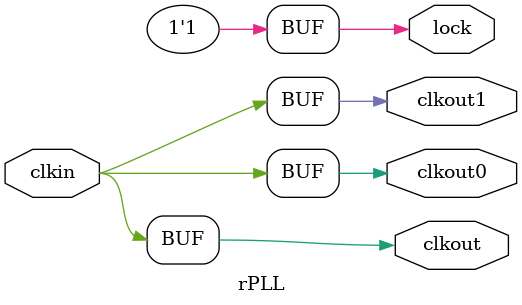
<source format=v>
module rPLL (
    input wire clkin,      // Input clock
    output wire clkout,    // Output clock
    output wire clkout0,   // Output clock 0 (optional)
    output wire clkout1,   // Output clock 1 (optional)
    output wire lock       // PLL lock indicator
);
    // Simple pass-through for simulation
    assign clkout = clkin;
    assign clkout0 = clkin;
    assign clkout1 = clkin;
    assign lock = 1'b1;
endmodule 
</source>
